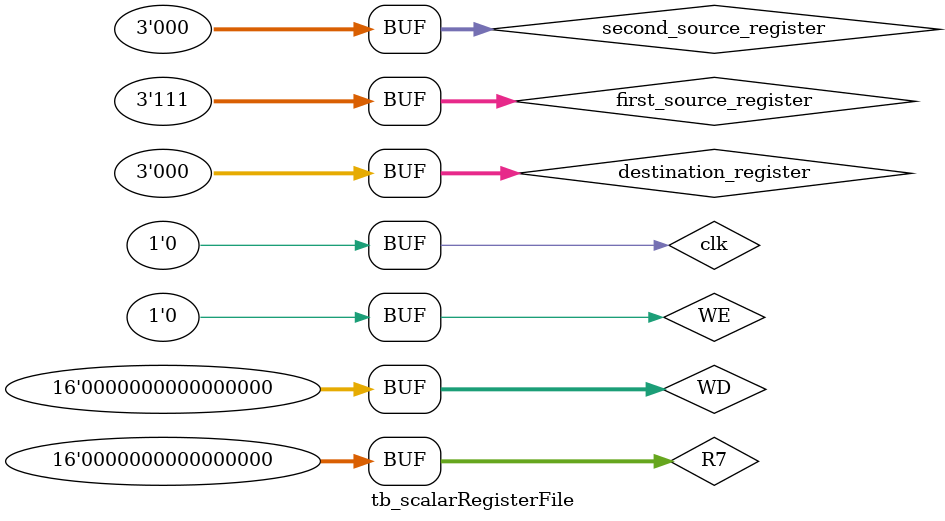
<source format=sv>
module tb_scalarRegisterFile ();
	logic clk,WE;
	logic [2:0] first_source_register;
	logic [2:0] second_source_register;
	logic [2:0] destination_register;
	logic [15:0] WD,R7;
	logic [15:0] RD1,RD2;
	
	// Instantiate device to be tested 
	scalarRegisterFile DUT(clk,WE,first_source_register,second_source_register,destination_register,WD,R7,RD1,RD2);
	
	// Initialize test 
	initial 
		begin  
			WE <= 0;
		end
	always  
		begin 
			clk <= 1; 
			# 5; 
			clk <= 0; 
			# 5;
		end
	
	always 
		begin 
			# 10; 
			WE 							<= 0;
			first_source_register 	<= 3'b100; 
			second_source_register 	<= 3'b001; 
			destination_register 	<= 3'b010;
			WD 							<= 0;
			R7 							<= 0;
			# 10; 
			WE 							<= 1;
			first_source_register 	<= 3'b000; 
			second_source_register 	<= 3'b000; 
			destination_register 	<= 3'b100;
			WD 							<= 16'b0001110010100111;
			R7 							<= 0;
			# 10; 
			WE 							<= 0;
			first_source_register 	<= 3'b100;  
			second_source_register 	<= 3'b000; 
			destination_register 	<= 3'b000;
			WD 							<= 0;
			R7 							<= 0;
			# 10; 
			WE 							<= 0;
			first_source_register 	<= 3'b111; 
			second_source_register 	<= 3'b000; 
			destination_register 	<= 3'b000;
			WD 							<= 0;
			R7 							<= 0;
		end

endmodule 
</source>
